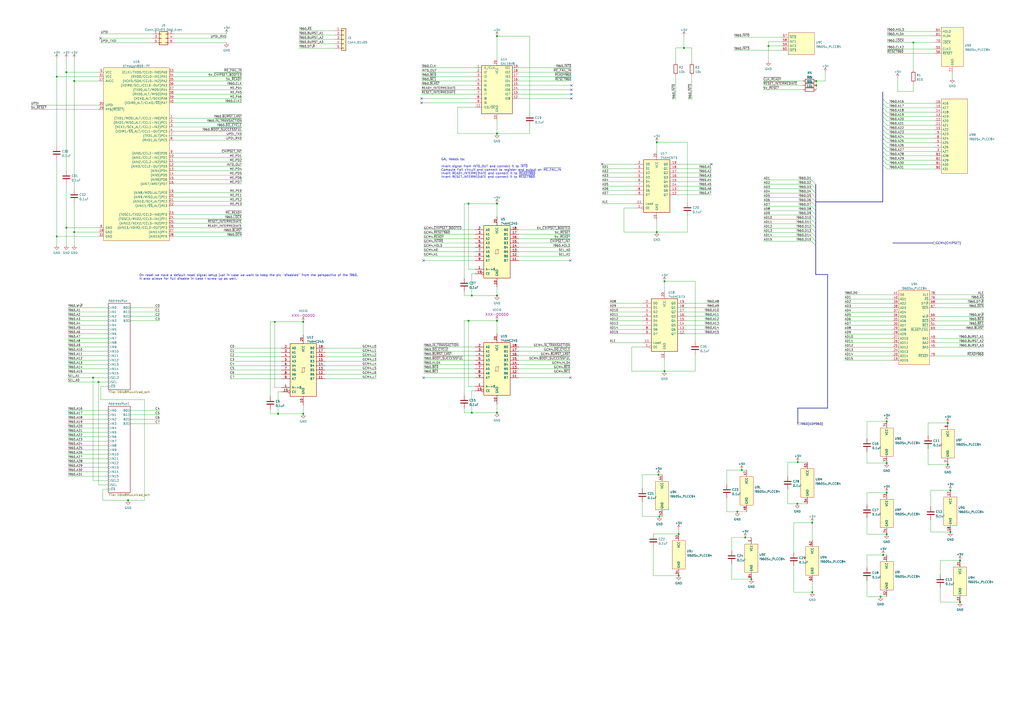
<source format=kicad_sch>
(kicad_sch (version 20211123) (generator eeschema)
  (paper "A2")
  (title_block (title "i960 Processor + Support Hardware") (date "2022-05-13") (rev "1") (company "Joshua Scoggins"))
  (bus_alias "ADR960" (members "A[0..31]" "D[0..15]" "BURST_A[1..3]" "~{DEN}" "DT\\~{R}" "W\\~{R}" "~{BE[0..1]}" "CLK2" "CLK"))
  (bus_alias "CHIPSET" (members "~{BURST_LAST}" "~{IN_TRANSACTION}" "~{DO_CYCLE}" "~{BOOT_SUCCESSFUL}" "HLDA" "HOLD" "~{CHIPSET_BOOTED}" "~{RESET960}" "~{READY}" "~{INTR0}" "L[0..7]" "A[0..1]" "D[0..15]" "~{FEATHER_INT[0..1]}" "~{BE[0..1]}"))
  (junction (at 288.29 77.47))
  (junction (at 382.016 275.463))
  (junction (at 471.17 303.149))
  (junction (at 473.456 46.99))
  (junction (at 473.456 49.53))
  (junction (at 43.053 46.99))
  (junction (at 43.053 134.62))
  (junction (at 32.893 44.45))
  (junction (at 288.29 239.395))
  (junction (at 288.29 20.955))
  (junction (at 445.77 26.67))
  (junction (at 271.78 186.055))
  (junction (at 556.895 349.25))
  (junction (at 427.736 296.799))
  (junction (at 551.307 308.61))
  (junction (at 549.783 269.494))
  (junction (at 382.524 299.593))
  (junction (at 393.7 333.883))
  (junction (at 512.318 321.945))
  (junction (at 514.35 309.88))
  (junction (at 271.78 118.11))
  (junction (at 175.895 186.69))
  (junction (at 159.385 186.69))
  (junction (at 288.29 118.11))
  (junction (at 393.7 309.753))
  (junction (at 53.975 219.075))
  (junction (at 273.685 239.395))
  (junction (at 74.295 290.195))
  (junction (at 462.534 292.227))
  (junction (at 288.29 171.45))
  (junction (at 551.307 284.48))
  (junction (at 288.29 186.055))
  (junction (at 38.481 132.08))
  (junction (at 273.685 171.45))
  (junction (at 432.308 311.785))
  (junction (at 435.864 335.915))
  (junction (at 462.788 268.097))
  (junction (at 510.794 346.075))
  (junction (at 32.893 137.16))
  (junction (at 161.29 240.03))
  (junction (at 556.895 325.12))
  (junction (at 38.481 41.91))
  (junction (at 514.35 244.475))
  (junction (at 514.35 285.75))
  (junction (at 396.748 27.813))
  (junction (at 381 82.55))
  (junction (at 529.844 24.638))
  (junction (at 381 134.62))
  (junction (at 385.445 163.195))
  (junction (at 430.276 272.669))
  (junction (at 385.445 215.265))
  (junction (at 57.15 221.615))
  (junction (at 175.895 240.03))
  (junction (at 514.35 268.605))
  (junction (at 471.17 343.535))
  (junction (at 549.783 245.364))
  (no_connect (at 330.835 151.13))
  (no_connect (at 330.835 219.075))
  (no_connect (at 245.745 151.13))
  (no_connect (at 245.745 219.075))
  (no_connect (at 58.293 22.225))
  (no_connect (at 331.47 49.53))
  (no_connect (at 331.47 52.07))
  (no_connect (at 331.47 54.61))
  (no_connect (at 331.47 57.15))
  (no_connect (at 244.475 59.69))
  (no_connect (at 244.475 57.15))
  (no_connect (at 349.25 95.25))
  (no_connect (at 412.75 95.25))
  (bus_entry (at 512.064 80.264) (size 2.54 2.54))
  (bus_entry (at 470.662 129.794) (size 2.54 2.54))
  (bus_entry (at 512.064 82.804) (size 2.54 2.54))
  (bus_entry (at 470.662 114.554) (size 2.54 2.54))
  (bus_entry (at 512.064 77.724) (size 2.54 2.54))
  (bus_entry (at 470.662 109.474) (size 2.54 2.54))
  (bus_entry (at 512.064 87.884) (size 2.54 2.54))
  (bus_entry (at 512.064 92.964) (size 2.54 2.54))
  (bus_entry (at 512.064 85.344) (size 2.54 2.54))
  (bus_entry (at 470.662 112.014) (size 2.54 2.54))
  (bus_entry (at 512.064 57.404) (size 2.54 2.54))
  (bus_entry (at 512.064 62.484) (size 2.54 2.54))
  (bus_entry (at 470.662 119.634) (size 2.54 2.54))
  (bus_entry (at 512.064 72.644) (size 2.54 2.54))
  (bus_entry (at 512.064 90.424) (size 2.54 2.54))
  (bus_entry (at 512.064 70.104) (size 2.54 2.54))
  (bus_entry (at 470.662 132.334) (size 2.54 2.54))
  (bus_entry (at 470.662 117.094) (size 2.54 2.54))
  (bus_entry (at 470.662 127.254) (size 2.54 2.54))
  (bus_entry (at 512.064 67.564) (size 2.54 2.54))
  (bus_entry (at 512.064 65.024) (size 2.54 2.54))
  (bus_entry (at 470.662 139.954) (size 2.54 2.54))
  (bus_entry (at 470.662 134.874) (size 2.54 2.54))
  (bus_entry (at 512.064 95.504) (size 2.54 2.54))
  (bus_entry (at 470.662 137.414) (size 2.54 2.54))
  (bus_entry (at 470.662 106.934) (size 2.54 2.54))
  (bus_entry (at 512.064 59.944) (size 2.54 2.54))
  (bus_entry (at 470.662 124.714) (size 2.54 2.54))
  (bus_entry (at 470.662 122.174) (size 2.54 2.54))
  (bus_entry (at 512.064 75.184) (size 2.54 2.54))
  (bus_entry (at 470.662 104.394) (size 2.54 2.54))
  (wire (pts (xy 57.531 137.16) (xy 32.893 137.16)))
  (wire (pts (xy 425.704 21.59) (xy 453.39 21.59)))
  (wire (pts (xy 435.864 311.785) (xy 432.308 311.785)))
  (wire (pts (xy 156.845 240.03) (xy 161.29 240.03)))
  (wire (pts (xy 101.219 24.765) (xy 131.445 24.765)))
  (wire (pts (xy 100.711 134.62) (xy 140.335 134.62)))
  (wire (pts (xy 398.78 134.62) (xy 398.78 125.095)))
  (bus (pts (xy 473.202 137.414) (xy 473.202 139.954)))
  (wire (pts (xy 133.35 204.47) (xy 163.195 204.47)))
  (wire (pts (xy 514.604 87.884) (xy 542.29 87.884)))
  (wire (pts (xy 100.711 57.15) (xy 140.335 57.15)))
  (wire (pts (xy 543.052 170.942) (xy 570.738 170.942)))
  (wire (pts (xy 57.531 134.62) (xy 43.053 134.62)))
  (wire (pts (xy 471.17 313.309) (xy 471.17 303.149)))
  (bus (pts (xy 512.064 70.104) (xy 512.064 72.644)))
  (wire (pts (xy 39.37 221.615) (xy 57.15 221.615)))
  (bus (pts (xy 512.064 59.944) (xy 512.064 62.484)))
  (wire (pts (xy 378.968 309.753) (xy 393.7 309.753)))
  (wire (pts (xy 288.29 77.47) (xy 288.29 69.85)))
  (wire (pts (xy 381 82.55) (xy 381 87.63)))
  (wire (pts (xy 442.976 129.794) (xy 470.662 129.794)))
  (bus (pts (xy 473.202 117.094) (xy 473.202 119.634)))
  (wire (pts (xy 265.43 62.23) (xy 265.43 77.47)))
  (wire (pts (xy 100.711 81.28) (xy 140.335 81.28)))
  (wire (pts (xy 433.07 272.669) (xy 430.276 272.669)))
  (wire (pts (xy 38.481 132.08) (xy 57.531 132.08)))
  (wire (pts (xy 514.604 85.344) (xy 542.29 85.344)))
  (wire (pts (xy 57.531 41.91) (xy 38.481 41.91)))
  (wire (pts (xy 58.42 231.775) (xy 58.42 224.155)))
  (wire (pts (xy 245.745 219.075) (xy 275.59 219.075)))
  (wire (pts (xy 43.053 134.62) (xy 43.053 142.24)))
  (wire (pts (xy 244.475 57.15) (xy 275.59 57.15)))
  (wire (pts (xy 460.502 303.149) (xy 460.502 320.675)))
  (wire (pts (xy 300.99 39.37) (xy 331.47 39.37)))
  (wire (pts (xy 100.711 101.6) (xy 140.335 101.6)))
  (wire (pts (xy 245.745 135.89) (xy 275.59 135.89)))
  (bus (pts (xy 473.202 159.258) (xy 480.06 159.258)))
  (bus (pts (xy 512.064 72.644) (xy 512.064 75.184)))
  (wire (pts (xy 502.92 244.475) (xy 502.92 254.381)))
  (wire (pts (xy 471.17 303.149) (xy 460.502 303.149)))
  (wire (pts (xy 275.59 158.75) (xy 273.685 158.75)))
  (wire (pts (xy 424.434 335.915) (xy 435.864 335.915)))
  (wire (pts (xy 300.99 211.455) (xy 330.835 211.455)))
  (wire (pts (xy 300.99 219.075) (xy 330.835 219.075)))
  (wire (pts (xy 539.877 308.61) (xy 551.307 308.61)))
  (wire (pts (xy 398.145 193.675) (xy 417.195 193.675)))
  (wire (pts (xy 456.946 292.227) (xy 462.534 292.227)))
  (wire (pts (xy 43.053 109.982) (xy 43.053 46.99)))
  (wire (pts (xy 349.25 107.95) (xy 368.3 107.95)))
  (wire (pts (xy 442.722 46.99) (xy 465.836 46.99)))
  (wire (pts (xy 349.25 118.11) (xy 368.3 118.11)))
  (wire (pts (xy 100.711 99.06) (xy 140.335 99.06)))
  (bus (pts (xy 512.064 82.804) (xy 512.064 85.344)))
  (wire (pts (xy 53.975 219.075) (xy 62.865 219.075)))
  (wire (pts (xy 133.35 219.71) (xy 163.195 219.71)))
  (wire (pts (xy 133.35 212.09) (xy 163.195 212.09)))
  (wire (pts (xy 442.976 119.634) (xy 470.662 119.634)))
  (wire (pts (xy 39.37 196.215) (xy 62.865 196.215)))
  (wire (pts (xy 245.745 143.51) (xy 275.59 143.51)))
  (wire (pts (xy 53.975 219.075) (xy 53.975 278.765)))
  (wire (pts (xy 288.29 193.675) (xy 288.29 186.055)))
  (wire (pts (xy 75.565 180.975) (xy 92.71 180.975)))
  (wire (pts (xy 75.565 240.665) (xy 92.71 240.665)))
  (bus (pts (xy 512.064 77.724) (xy 512.064 80.264)))
  (wire (pts (xy 100.711 104.14) (xy 140.335 104.14)))
  (wire (pts (xy 100.711 49.53) (xy 140.335 49.53)))
  (wire (pts (xy 245.745 203.835) (xy 275.59 203.835)))
  (wire (pts (xy 529.844 24.638) (xy 542.29 24.638)))
  (wire (pts (xy 425.704 29.21) (xy 453.39 29.21)))
  (wire (pts (xy 100.711 127) (xy 140.335 127)))
  (bus (pts (xy 512.064 95.504) (xy 512.064 117.094)))
  (wire (pts (xy 39.37 203.835) (xy 62.865 203.835)))
  (bus (pts (xy 517.906 140.97) (xy 541.274 140.97)))
  (wire (pts (xy 514.604 90.424) (xy 542.29 90.424)))
  (wire (pts (xy 175.895 194.31) (xy 175.895 186.69)))
  (wire (pts (xy 471.17 343.535) (xy 471.17 337.439)))
  (wire (pts (xy 39.37 198.755) (xy 62.865 198.755)))
  (wire (pts (xy 502.92 285.75) (xy 502.92 292.862)))
  (wire (pts (xy 460.502 328.295) (xy 460.502 343.535)))
  (wire (pts (xy 245.745 148.59) (xy 275.59 148.59)))
  (bus (pts (xy 512.064 92.964) (xy 512.064 95.504)))
  (wire (pts (xy 273.685 239.395) (xy 288.29 239.395)))
  (wire (pts (xy 300.99 216.535) (xy 330.835 216.535)))
  (bus (pts (xy 473.202 139.954) (xy 473.202 142.494)))
  (wire (pts (xy 39.37 276.225) (xy 62.865 276.225)))
  (wire (pts (xy 514.604 80.264) (xy 542.29 80.264)))
  (wire (pts (xy 173.355 22.86) (xy 194.31 22.86)))
  (wire (pts (xy 43.053 34.036) (xy 43.053 46.99)))
  (wire (pts (xy 398.78 82.55) (xy 381 82.55)))
  (wire (pts (xy 349.25 97.79) (xy 368.3 97.79)))
  (wire (pts (xy 245.745 133.35) (xy 275.59 133.35)))
  (wire (pts (xy 53.975 278.765) (xy 62.865 278.765)))
  (wire (pts (xy 468.376 268.097) (xy 462.788 268.097)))
  (bus (pts (xy 512.064 65.024) (xy 512.064 67.564)))
  (wire (pts (xy 300.99 143.51) (xy 330.835 143.51)))
  (bus (pts (xy 473.202 129.794) (xy 473.202 132.334)))
  (wire (pts (xy 100.711 111.76) (xy 140.335 111.76)))
  (wire (pts (xy 59.69 290.195) (xy 59.69 283.845)))
  (wire (pts (xy 349.25 95.25) (xy 368.3 95.25)))
  (wire (pts (xy 393.7 97.79) (xy 412.75 97.79)))
  (wire (pts (xy 100.711 119.38) (xy 140.335 119.38)))
  (wire (pts (xy 265.43 77.47) (xy 288.29 77.47)))
  (wire (pts (xy 489.966 186.182) (xy 517.652 186.182)))
  (wire (pts (xy 349.25 113.03) (xy 368.3 113.03)))
  (wire (pts (xy 300.99 151.13) (xy 330.835 151.13)))
  (wire (pts (xy 502.92 321.945) (xy 502.92 329.311)))
  (wire (pts (xy 398.145 178.435) (xy 417.195 178.435)))
  (wire (pts (xy 161.29 240.03) (xy 175.895 240.03)))
  (bus (pts (xy 512.064 87.884) (xy 512.064 90.424)))
  (wire (pts (xy 393.7 113.03) (xy 412.75 113.03)))
  (wire (pts (xy 543.052 173.482) (xy 570.738 173.482)))
  (wire (pts (xy 427.736 296.799) (xy 433.07 296.799)))
  (wire (pts (xy 502.92 262.001) (xy 502.92 268.605)))
  (wire (pts (xy 398.145 175.895) (xy 417.195 175.895)))
  (wire (pts (xy 245.745 140.97) (xy 275.59 140.97)))
  (wire (pts (xy 100.711 96.52) (xy 140.335 96.52)))
  (wire (pts (xy 300.99 201.295) (xy 330.835 201.295)))
  (wire (pts (xy 100.711 93.98) (xy 140.335 93.98)))
  (wire (pts (xy 75.565 183.515) (xy 92.71 183.515)))
  (wire (pts (xy 244.475 49.53) (xy 275.59 49.53)))
  (wire (pts (xy 514.604 75.184) (xy 542.29 75.184)))
  (wire (pts (xy 489.966 206.502) (xy 517.652 206.502)))
  (wire (pts (xy 175.895 240.03) (xy 175.895 234.95)))
  (wire (pts (xy 288.29 171.45) (xy 288.29 166.37)))
  (wire (pts (xy 244.475 59.69) (xy 275.59 59.69)))
  (wire (pts (xy 275.59 224.155) (xy 271.78 224.155)))
  (wire (pts (xy 188.595 204.47) (xy 218.44 204.47)))
  (wire (pts (xy 398.145 186.055) (xy 417.195 186.055)))
  (wire (pts (xy 393.7 110.49) (xy 412.75 110.49)))
  (wire (pts (xy 543.052 186.182) (xy 570.738 186.182)))
  (wire (pts (xy 39.37 240.665) (xy 62.865 240.665)))
  (wire (pts (xy 133.35 217.17) (xy 163.195 217.17)))
  (wire (pts (xy 502.92 300.482) (xy 502.92 309.88)))
  (wire (pts (xy 489.966 191.262) (xy 517.652 191.262)))
  (wire (pts (xy 393.7 102.87) (xy 412.75 102.87)))
  (wire (pts (xy 382.016 275.463) (xy 372.618 275.463)))
  (wire (pts (xy 543.052 201.422) (xy 570.738 201.422)))
  (wire (pts (xy 403.225 215.265) (xy 403.225 205.74)))
  (wire (pts (xy 514.35 321.945) (xy 512.318 321.945)))
  (wire (pts (xy 273.685 171.45) (xy 288.29 171.45)))
  (wire (pts (xy 100.711 52.07) (xy 140.335 52.07)))
  (wire (pts (xy 161.29 227.33) (xy 161.29 240.03)))
  (wire (pts (xy 38.481 41.91) (xy 38.481 99.06)))
  (wire (pts (xy 300.99 41.91) (xy 331.47 41.91)))
  (wire (pts (xy 39.37 266.065) (xy 62.865 266.065)))
  (wire (pts (xy 38.481 34.036) (xy 38.481 41.91)))
  (wire (pts (xy 269.24 236.855) (xy 269.24 239.395)))
  (wire (pts (xy 391.922 36.195) (xy 391.922 27.813)))
  (wire (pts (xy 353.695 188.595) (xy 372.745 188.595)))
  (wire (pts (xy 543.052 198.882) (xy 570.738 198.882)))
  (wire (pts (xy 75.565 178.435) (xy 92.71 178.435)))
  (wire (pts (xy 502.92 346.075) (xy 510.794 346.075)))
  (bus (pts (xy 473.202 109.474) (xy 473.202 112.014)))
  (wire (pts (xy 300.99 54.61) (xy 331.47 54.61)))
  (bus (pts (xy 473.202 119.634) (xy 473.202 122.174)))
  (wire (pts (xy 349.25 100.33) (xy 368.3 100.33)))
  (wire (pts (xy 38.481 106.68) (xy 38.481 132.08)))
  (wire (pts (xy 307.34 20.955) (xy 307.34 65.405)))
  (wire (pts (xy 39.37 238.125) (xy 62.865 238.125)))
  (wire (pts (xy 442.976 139.954) (xy 470.662 139.954)))
  (wire (pts (xy 514.604 70.104) (xy 542.29 70.104)))
  (bus (pts (xy 512.064 75.184) (xy 512.064 77.724)))
  (wire (pts (xy 368.3 120.65) (xy 361.95 120.65)))
  (wire (pts (xy 57.15 221.615) (xy 62.865 221.615)))
  (wire (pts (xy 43.053 46.99) (xy 57.531 46.99)))
  (wire (pts (xy 275.59 62.23) (xy 265.43 62.23)))
  (wire (pts (xy 489.966 176.022) (xy 517.652 176.022)))
  (wire (pts (xy 545.465 349.25) (xy 556.895 349.25)))
  (wire (pts (xy 133.35 209.55) (xy 163.195 209.55)))
  (wire (pts (xy 43.053 134.62) (xy 43.053 117.602)))
  (wire (pts (xy 529.844 53.086) (xy 520.7 53.086)))
  (wire (pts (xy 269.24 171.45) (xy 273.685 171.45)))
  (wire (pts (xy 100.711 54.61) (xy 140.335 54.61)))
  (bus (pts (xy 473.202 122.174) (xy 473.202 124.714)))
  (wire (pts (xy 514.35 285.75) (xy 502.92 285.75)))
  (wire (pts (xy 398.78 117.475) (xy 398.78 82.55)))
  (wire (pts (xy 39.37 211.455) (xy 62.865 211.455)))
  (wire (pts (xy 538.353 260.35) (xy 538.353 269.494)))
  (bus (pts (xy 473.202 112.014) (xy 473.202 114.554)))
  (wire (pts (xy 543.052 178.562) (xy 570.738 178.562)))
  (wire (pts (xy 489.966 178.562) (xy 517.652 178.562)))
  (wire (pts (xy 502.92 336.931) (xy 502.92 346.075)))
  (wire (pts (xy 100.711 116.84) (xy 140.335 116.84)))
  (wire (pts (xy 100.711 91.44) (xy 140.335 91.44)))
  (wire (pts (xy 32.893 34.036) (xy 32.893 44.45)))
  (wire (pts (xy 489.966 183.642) (xy 517.652 183.642)))
  (bus (pts (xy 473.202 132.334) (xy 473.202 134.874)))
  (wire (pts (xy 244.475 41.91) (xy 275.59 41.91)))
  (bus (pts (xy 462.788 236.728) (xy 462.788 245.872)))
  (wire (pts (xy 396.748 20.955) (xy 396.748 27.813)))
  (wire (pts (xy 514.604 92.964) (xy 542.29 92.964)))
  (wire (pts (xy 58.42 224.155) (xy 62.865 224.155)))
  (wire (pts (xy 39.37 271.145) (xy 62.865 271.145)))
  (wire (pts (xy 514.604 95.504) (xy 542.29 95.504)))
  (wire (pts (xy 445.77 26.67) (xy 445.77 35.56)))
  (wire (pts (xy 39.37 206.375) (xy 62.865 206.375)))
  (wire (pts (xy 159.385 224.79) (xy 159.385 186.69)))
  (wire (pts (xy 473.456 52.07) (xy 473.456 49.53)))
  (wire (pts (xy 173.355 20.32) (xy 194.31 20.32)))
  (wire (pts (xy 159.385 186.69) (xy 175.895 186.69)))
  (wire (pts (xy 39.37 253.365) (xy 62.865 253.365)))
  (wire (pts (xy 489.966 181.102) (xy 517.652 181.102)))
  (wire (pts (xy 188.595 219.71) (xy 218.44 219.71)))
  (wire (pts (xy 245.745 211.455) (xy 275.59 211.455)))
  (wire (pts (xy 300.99 57.15) (xy 331.47 57.15)))
  (wire (pts (xy 514.604 82.804) (xy 542.29 82.804)))
  (wire (pts (xy 353.695 191.135) (xy 372.745 191.135)))
  (wire (pts (xy 353.695 183.515) (xy 372.745 183.515)))
  (wire (pts (xy 273.685 158.75) (xy 273.685 171.45)))
  (wire (pts (xy 188.595 201.93) (xy 218.44 201.93)))
  (bus (pts (xy 473.202 142.494) (xy 473.202 159.258)))
  (wire (pts (xy 133.35 201.93) (xy 163.195 201.93)))
  (wire (pts (xy 520.7 45.212) (xy 520.7 53.086)))
  (wire (pts (xy 271.78 186.055) (xy 288.29 186.055)))
  (wire (pts (xy 173.355 27.94) (xy 194.31 27.94)))
  (wire (pts (xy 442.976 122.174) (xy 470.662 122.174)))
  (wire (pts (xy 58.293 22.225) (xy 88.519 22.225)))
  (bus (pts (xy 512.064 57.404) (xy 512.064 59.944)))
  (wire (pts (xy 489.966 203.962) (xy 517.652 203.962)))
  (wire (pts (xy 300.99 133.35) (xy 330.835 133.35)))
  (wire (pts (xy 460.502 343.535) (xy 471.17 343.535)))
  (wire (pts (xy 300.99 213.995) (xy 330.835 213.995)))
  (wire (pts (xy 271.78 224.155) (xy 271.78 186.055)))
  (wire (pts (xy 62.865 281.305) (xy 57.15 281.305)))
  (wire (pts (xy 543.052 196.342) (xy 570.738 196.342)))
  (wire (pts (xy 442.976 114.554) (xy 470.662 114.554)))
  (wire (pts (xy 421.64 288.671) (xy 421.64 296.799)))
  (wire (pts (xy 489.966 209.042) (xy 517.652 209.042)))
  (wire (pts (xy 424.434 311.785) (xy 424.434 319.405)))
  (wire (pts (xy 100.711 44.45) (xy 140.335 44.45)))
  (wire (pts (xy 353.695 198.755) (xy 372.745 198.755)))
  (wire (pts (xy 100.711 114.3) (xy 140.335 114.3)))
  (wire (pts (xy 442.722 49.53) (xy 465.836 49.53)))
  (wire (pts (xy 514.604 30.988) (xy 542.29 30.988)))
  (wire (pts (xy 353.695 175.895) (xy 372.745 175.895)))
  (wire (pts (xy 32.893 44.45) (xy 57.531 44.45)))
  (wire (pts (xy 100.711 132.08) (xy 140.335 132.08)))
  (wire (pts (xy 543.052 176.022) (xy 570.738 176.022)))
  (wire (pts (xy 39.37 243.205) (xy 62.865 243.205)))
  (wire (pts (xy 133.35 214.63) (xy 163.195 214.63)))
  (bus (pts (xy 473.202 114.554) (xy 473.202 117.094)))
  (wire (pts (xy 39.37 219.075) (xy 53.975 219.075)))
  (wire (pts (xy 502.92 268.605) (xy 514.35 268.605)))
  (bus (pts (xy 512.064 57.404) (xy 512.064 53.34)))
  (wire (pts (xy 83.82 231.775) (xy 83.82 290.195)))
  (wire (pts (xy 353.695 178.435) (xy 372.745 178.435)))
  (wire (pts (xy 245.745 151.13) (xy 275.59 151.13)))
  (wire (pts (xy 38.481 132.08) (xy 38.481 142.24)))
  (wire (pts (xy 462.788 268.097) (xy 456.946 268.097)))
  (wire (pts (xy 381 128.27) (xy 381 134.62)))
  (wire (pts (xy 300.99 46.99) (xy 331.47 46.99)))
  (bus (pts (xy 512.064 117.094) (xy 473.202 117.094)))
  (wire (pts (xy 275.59 226.695) (xy 273.685 226.695)))
  (wire (pts (xy 398.145 188.595) (xy 417.195 188.595)))
  (wire (pts (xy 245.745 206.375) (xy 275.59 206.375)))
  (wire (pts (xy 514.604 98.044) (xy 542.29 98.044)))
  (wire (pts (xy 372.618 299.593) (xy 382.524 299.593)))
  (wire (pts (xy 100.711 68.58) (xy 140.335 68.58)))
  (wire (pts (xy 307.34 77.47) (xy 288.29 77.47)))
  (wire (pts (xy 403.225 163.195) (xy 385.445 163.195)))
  (wire (pts (xy 245.745 216.535) (xy 275.59 216.535)))
  (wire (pts (xy 442.976 106.934) (xy 470.662 106.934)))
  (wire (pts (xy 551.307 284.48) (xy 539.877 284.48)))
  (wire (pts (xy 188.595 212.09) (xy 218.44 212.09)))
  (wire (pts (xy 378.968 333.883) (xy 393.7 333.883)))
  (wire (pts (xy 188.595 209.55) (xy 218.44 209.55)))
  (wire (pts (xy 442.722 52.07) (xy 465.836 52.07)))
  (wire (pts (xy 163.195 224.79) (xy 159.385 224.79)))
  (wire (pts (xy 539.877 301.498) (xy 539.877 308.61)))
  (wire (pts (xy 385.445 215.265) (xy 403.225 215.265)))
  (wire (pts (xy 514.604 59.944) (xy 542.29 59.944)))
  (wire (pts (xy 101.219 19.685) (xy 131.445 19.685)))
  (wire (pts (xy 489.966 196.342) (xy 517.652 196.342)))
  (wire (pts (xy 245.745 201.295) (xy 275.59 201.295)))
  (wire (pts (xy 75.565 243.205) (xy 92.71 243.205)))
  (wire (pts (xy 424.434 327.025) (xy 424.434 335.915)))
  (wire (pts (xy 269.24 118.11) (xy 269.24 161.29)))
  (wire (pts (xy 514.604 65.024) (xy 542.29 65.024)))
  (wire (pts (xy 307.34 73.025) (xy 307.34 77.47)))
  (wire (pts (xy 545.465 325.12) (xy 545.465 333.248)))
  (wire (pts (xy 442.976 112.014) (xy 470.662 112.014)))
  (bus (pts (xy 473.202 134.874) (xy 473.202 137.414)))
  (wire (pts (xy 57.531 60.96) (xy 17.907 60.96)))
  (wire (pts (xy 442.976 124.714) (xy 470.662 124.714)))
  (wire (pts (xy 173.355 25.4) (xy 194.31 25.4)))
  (wire (pts (xy 385.445 208.915) (xy 385.445 215.265)))
  (wire (pts (xy 349.25 110.49) (xy 368.3 110.49)))
  (wire (pts (xy 385.445 163.195) (xy 385.445 168.275)))
  (bus (pts (xy 473.202 124.714) (xy 473.202 127.254)))
  (wire (pts (xy 366.395 215.265) (xy 385.445 215.265)))
  (bus (pts (xy 473.202 127.254) (xy 473.202 129.794)))
  (wire (pts (xy 100.711 129.54) (xy 140.335 129.54)))
  (wire (pts (xy 32.893 137.16) (xy 32.893 142.24)))
  (wire (pts (xy 39.37 191.135) (xy 62.865 191.135)))
  (wire (pts (xy 288.29 239.395) (xy 288.29 234.315)))
  (wire (pts (xy 456.946 268.097) (xy 456.946 276.225)))
  (wire (pts (xy 245.745 146.05) (xy 275.59 146.05)))
  (wire (pts (xy 489.966 193.802) (xy 517.652 193.802)))
  (bus (pts (xy 512.064 85.344) (xy 512.064 87.884)))
  (wire (pts (xy 514.604 67.564) (xy 542.29 67.564)))
  (wire (pts (xy 349.25 105.41) (xy 368.3 105.41)))
  (wire (pts (xy 384.048 275.463) (xy 382.016 275.463)))
  (wire (pts (xy 269.24 186.055) (xy 269.24 229.235)))
  (wire (pts (xy 100.711 46.99) (xy 140.335 46.99)))
  (wire (pts (xy 156.845 186.69) (xy 156.845 229.87)))
  (wire (pts (xy 445.77 24.13) (xy 445.77 26.67)))
  (wire (pts (xy 188.595 217.17) (xy 218.44 217.17)))
  (bus (pts (xy 512.064 80.264) (xy 512.064 82.804)))
  (wire (pts (xy 269.24 239.395) (xy 273.685 239.395)))
  (wire (pts (xy 382.524 299.593) (xy 384.048 299.593)))
  (wire (pts (xy 58.293 19.685) (xy 88.519 19.685)))
  (wire (pts (xy 539.877 284.48) (xy 539.877 293.878)))
  (wire (pts (xy 361.95 120.65) (xy 361.95 134.62)))
  (wire (pts (xy 514.604 62.484) (xy 542.29 62.484)))
  (wire (pts (xy 39.37 193.675) (xy 62.865 193.675)))
  (wire (pts (xy 442.976 127.254) (xy 470.662 127.254)))
  (bus (pts (xy 512.064 90.424) (xy 512.064 92.964)))
  (wire (pts (xy 378.968 317.373) (xy 378.968 333.883)))
  (wire (pts (xy 514.604 20.828) (xy 542.29 20.828)))
  (wire (pts (xy 275.59 156.21) (xy 271.78 156.21)))
  (wire (pts (xy 372.745 201.295) (xy 366.395 201.295)))
  (wire (pts (xy 100.711 71.12) (xy 140.335 71.12)))
  (wire (pts (xy 32.893 137.16) (xy 32.893 92.456)))
  (wire (pts (xy 271.78 118.11) (xy 269.24 118.11)))
  (wire (pts (xy 353.695 186.055) (xy 372.745 186.055)))
  (wire (pts (xy 442.976 104.394) (xy 470.662 104.394)))
  (wire (pts (xy 100.711 106.68) (xy 140.335 106.68)))
  (wire (pts (xy 244.475 52.07) (xy 275.59 52.07)))
  (wire (pts (xy 269.24 168.91) (xy 269.24 171.45)))
  (wire (pts (xy 271.78 186.055) (xy 269.24 186.055)))
  (wire (pts (xy 244.475 44.45) (xy 275.59 44.45)))
  (wire (pts (xy 529.844 48.26) (xy 529.844 53.086)))
  (wire (pts (xy 398.145 180.975) (xy 417.195 180.975)))
  (wire (pts (xy 529.844 24.638) (xy 529.844 40.64)))
  (wire (pts (xy 391.922 27.813) (xy 396.748 27.813)))
  (wire (pts (xy 393.7 95.25) (xy 412.75 95.25)))
  (wire (pts (xy 100.711 78.74) (xy 140.335 78.74)))
  (wire (pts (xy 489.966 173.482) (xy 517.652 173.482)))
  (wire (pts (xy 59.69 283.845) (xy 62.865 283.845)))
  (wire (pts (xy 288.29 118.11) (xy 271.78 118.11)))
  (wire (pts (xy 473.456 46.99) (xy 478.79 46.99)))
  (wire (pts (xy 300.99 148.59) (xy 330.835 148.59)))
  (wire (pts (xy 100.711 73.66) (xy 140.335 73.66)))
  (wire (pts (xy 556.895 325.12) (xy 545.465 325.12)))
  (wire (pts (xy 300.99 135.89) (xy 330.835 135.89)))
  (wire (pts (xy 391.922 43.815) (xy 391.922 57.785)))
  (wire (pts (xy 39.37 263.525) (xy 62.865 263.525)))
  (wire (pts (xy 514.604 77.724) (xy 542.29 77.724)))
  (wire (pts (xy 188.595 207.01) (xy 218.44 207.01)))
  (wire (pts (xy 398.145 191.135) (xy 417.195 191.135)))
  (wire (pts (xy 393.7 100.33) (xy 412.75 100.33)))
  (wire (pts (xy 300.99 206.375) (xy 330.835 206.375)))
  (wire (pts (xy 372.618 275.463) (xy 372.618 283.337)))
  (wire (pts (xy 545.465 340.868) (xy 545.465 349.25)))
  (wire (pts (xy 549.783 245.364) (xy 538.353 245.364)))
  (wire (pts (xy 300.99 138.43) (xy 330.835 138.43)))
  (wire (pts (xy 401.32 27.813) (xy 401.32 36.195)))
  (wire (pts (xy 39.37 260.985) (xy 62.865 260.985)))
  (wire (pts (xy 100.711 41.91) (xy 140.335 41.91)))
  (wire (pts (xy 300.99 203.835) (xy 330.835 203.835)))
  (wire (pts (xy 432.308 311.785) (xy 424.434 311.785)))
  (wire (pts (xy 75.565 245.745) (xy 92.71 245.745)))
  (wire (pts (xy 456.946 283.845) (xy 456.946 292.227)))
  (wire (pts (xy 39.37 183.515) (xy 62.865 183.515)))
  (wire (pts (xy 300.99 208.915) (xy 330.835 208.915)))
  (bus (pts (xy 512.064 67.564) (xy 512.064 70.104)))
  (wire (pts (xy 372.618 290.957) (xy 372.618 299.593)))
  (wire (pts (xy 300.99 146.05) (xy 330.835 146.05)))
  (wire (pts (xy 100.711 124.46) (xy 140.335 124.46)))
  (wire (pts (xy 510.794 346.075) (xy 514.35 346.075)))
  (wire (pts (xy 396.748 27.813) (xy 401.32 27.813)))
  (wire (pts (xy 478.79 41.91) (xy 478.79 46.99)))
  (wire (pts (xy 39.37 248.285) (xy 62.865 248.285)))
  (wire (pts (xy 156.845 237.49) (xy 156.845 240.03)))
  (wire (pts (xy 271.78 156.21) (xy 271.78 118.11)))
  (wire (pts (xy 353.695 180.975) (xy 372.745 180.975)))
  (wire (pts (xy 173.482 17.78) (xy 194.31 17.78)))
  (wire (pts (xy 514.604 18.288) (xy 542.29 18.288)))
  (wire (pts (xy 83.82 290.195) (xy 74.295 290.195)))
  (wire (pts (xy 57.15 281.305) (xy 57.15 221.615)))
  (wire (pts (xy 349.25 102.87) (xy 368.3 102.87)))
  (wire (pts (xy 273.685 226.695) (xy 273.685 239.395)))
  (wire (pts (xy 100.711 137.16) (xy 140.335 137.16)))
  (wire (pts (xy 401.32 43.815) (xy 401.32 57.785)))
  (wire (pts (xy 393.7 107.95) (xy 412.75 107.95)))
  (wire (pts (xy 159.385 186.69) (xy 156.845 186.69)))
  (wire (pts (xy 244.475 46.99) (xy 275.59 46.99)))
  (wire (pts (xy 442.976 117.094) (xy 470.662 117.094)))
  (wire (pts (xy 39.37 201.295) (xy 62.865 201.295)))
  (wire (pts (xy 39.37 273.685) (xy 62.865 273.685)))
  (wire (pts (xy 100.711 59.69) (xy 140.335 59.69)))
  (wire (pts (xy 514.604 72.644) (xy 542.29 72.644)))
  (wire (pts (xy 538.353 245.364) (xy 538.353 252.73)))
  (wire (pts (xy 393.7 105.41) (xy 412.75 105.41)))
  (wire (pts (xy 489.966 170.942) (xy 517.652 170.942)))
  (wire (pts (xy 489.966 198.882) (xy 517.652 198.882)))
  (wire (pts (xy 75.565 186.055) (xy 92.71 186.055)))
  (wire (pts (xy 244.475 39.37) (xy 275.59 39.37)))
  (wire (pts (xy 39.37 250.825) (xy 62.865 250.825)))
  (wire (pts (xy 245.745 208.915) (xy 275.59 208.915)))
  (bus (pts (xy 480.06 159.258) (xy 480.06 236.728)))
  (wire (pts (xy 442.976 134.874) (xy 470.662 134.874)))
  (wire (pts (xy 393.7 309.753) (xy 393.7 306.959)))
  (wire (pts (xy 462.534 292.227) (xy 468.376 292.227)))
  (wire (pts (xy 361.95 134.62) (xy 381 134.62)))
  (wire (pts (xy 100.711 88.9) (xy 140.335 88.9)))
  (wire (pts (xy 57.531 63.5) (xy 17.907 63.5)))
  (wire (pts (xy 39.37 188.595) (xy 62.865 188.595)))
  (bus (pts (xy 512.064 62.484) (xy 512.064 65.024)))
  (wire (pts (xy 39.37 180.975) (xy 62.865 180.975)))
  (wire (pts (xy 543.052 191.262) (xy 570.738 191.262)))
  (wire (pts (xy 300.99 44.45) (xy 331.47 44.45)))
  (wire (pts (xy 244.475 54.61) (xy 275.59 54.61)))
  (bus (pts (xy 473.202 106.934) (xy 473.202 109.474)))
  (bus (pts (xy 480.06 236.728) (xy 462.788 236.728)))
  (wire (pts (xy 39.37 258.445) (xy 62.865 258.445)))
  (wire (pts (xy 300.99 140.97) (xy 330.835 140.97)))
  (wire (pts (xy 381 134.62) (xy 398.78 134.62)))
  (wire (pts (xy 430.276 272.669) (xy 421.64 272.669)))
  (wire (pts (xy 83.82 231.775) (xy 58.42 231.775)))
  (wire (pts (xy 300.99 49.53) (xy 331.47 49.53)))
  (wire (pts (xy 366.395 201.295) (xy 366.395 215.265)))
  (wire (pts (xy 538.353 269.494) (xy 549.783 269.494)))
  (wire (pts (xy 288.29 34.29) (xy 288.29 20.955)))
  (wire (pts (xy 442.976 132.334) (xy 470.662 132.334)))
  (wire (pts (xy 442.976 137.414) (xy 470.662 137.414)))
  (wire (pts (xy 543.052 188.722) (xy 570.738 188.722)))
  (wire (pts (xy 39.37 186.055) (xy 62.865 186.055)))
  (wire (pts (xy 421.64 296.799) (xy 427.736 296.799)))
  (wire (pts (xy 502.92 309.88) (xy 514.35 309.88)))
  (wire (pts (xy 353.695 193.675) (xy 372.745 193.675)))
  (wire (pts (xy 101.219 22.225) (xy 131.445 22.225)))
  (wire (pts (xy 453.39 24.13) (xy 445.77 24.13)))
  (wire (pts (xy 39.37 245.745) (xy 62.865 245.745)))
  (wire (pts (xy 543.052 206.502) (xy 570.738 206.502)))
  (wire (pts (xy 188.595 214.63) (xy 218.44 214.63)))
  (wire (pts (xy 39.37 208.915) (xy 62.865 208.915)))
  (wire (pts (xy 39.37 268.605) (xy 62.865 268.605)))
  (wire (pts (xy 514.35 244.475) (xy 502.92 244.475)))
  (wire (pts (xy 163.195 227.33) (xy 161.29 227.33)))
  (wire (pts (xy 39.37 213.995) (xy 62.865 213.995)))
  (wire (pts (xy 39.37 216.535) (xy 62.865 216.535)))
  (wire (pts (xy 442.976 109.474) (xy 470.662 109.474)))
  (wire (pts (xy 514.604 24.638) (xy 529.844 24.638)))
  (wire (pts (xy 75.565 238.125) (xy 92.71 238.125)))
  (wire (pts (xy 39.37 178.435) (xy 62.865 178.435)))
  (wire (pts (xy 288.29 20.955) (xy 307.34 20.955)))
  (wire (pts (xy 473.456 49.53) (xy 473.456 46.99)))
  (wire (pts (xy 32.893 84.836) (xy 32.893 44.45)))
  (wire (pts (xy 39.37 255.905) (xy 62.865 255.905)))
  (wire (pts (xy 445.77 26.67) (xy 453.39 26.67)))
  (wire (pts (xy 58.293 24.765) (xy 88.519 24.765)))
  (wire (pts (xy 398.145 183.515) (xy 417.195 183.515)))
  (wire (pts (xy 245.745 138.43) (xy 275.59 138.43)))
  (wire (pts (xy 421.64 272.669) (xy 421.64 281.051)))
  (wire (pts (xy 489.966 188.722) (xy 517.652 188.722)))
  (wire (pts (xy 543.052 183.642) (xy 570.738 183.642)))
  (wire (pts (xy 74.295 290.195) (xy 59.69 290.195)))
  (wire (pts (xy 133.35 207.01) (xy 163.195 207.01)))
  (wire (pts (xy 489.966 201.422) (xy 517.652 201.422)))
  (wire (pts (xy 514.604 28.448) (xy 542.29 28.448)))
  (wire (pts (xy 552.45 42.418) (xy 552.45 45.466)))
  (wire (pts (xy 100.711 76.2) (xy 140.335 76.2)))
  (wire (pts (xy 288.29 125.73) (xy 288.29 118.11)))
  (wire (pts (xy 300.99 52.07) (xy 331.47 52.07)))
  (wire (pts (xy 403.225 198.12) (xy 403.225 163.195)))
  (wire (pts (xy 512.318 321.945) (xy 502.92 321.945)))
  (wire (pts (xy 245.745 213.995) (xy 275.59 213.995)))
  (text "On reset we have a default reset signal setup just in case we want to keep the pic \"disabled\" from the perspective of the i960.\nIt also allows for full disable in case I screw up as well. " (at 80.772 162.56 0) (effects (font (size 1.27 1.27)) (justify left bottom)))
  (text "GAL Needs to:\n\nInvert signal from INT0_OUT and connect it to ~{INT0}\nCompute Fail circuit and connect to register and output on ~{ME_FAIL_IN}\nInvert READY_INTERMEDIATE and connect it to ~{READY960}\nInvert RESET_INTERMEDIATE and connect it to ~{RESET960}\n" (at 255.905 103.505 0) (effects (font (size 1.27 1.27)) (justify left bottom)))
  (label "AD2" (at 349.25 100.33 0))
  (label "GCM4.~{BE1}" (at 330.835 216.535 180))
  (label "i960.A2" (at 412.75 100.33 180))
  (label "AD9" (at 353.695 178.435 0))
  (label "AD10" (at 353.695 180.975 0))
  (label "C4" (at 133.35 212.09 0))
  (label "ME.PA6" (at 140.335 57.15 180))
  (label "i960.A12" (at 417.195 186.055 180))
  (label "AD9" (at 489.966 193.802 0))
  (label "SEL_A1" (at 39.37 219.075 0))
  (label "GCM4.HLDA" (at 330.835 211.455 180))
  (label "AD5" (at 349.25 107.95 0))
  (label "i960.D14" (at 470.662 137.414 180))
  (label "i960.~{AS}" (at 173.482 17.78 0))
  (label "ME.PE2" (at 140.335 116.84 180))
  (label "AD2" (at 442.976 106.934 0))
  (label "i960.D8" (at 470.662 122.174 180))
  (label "i960.A16" (at 515.874 59.944 0))
  (label "AD7" (at 349.25 113.03 0))
  (label "ME.PE3" (at 140.335 119.38 180))
  (label "GCM4.~{RESET960}" (at 245.745 135.89 0))
  (label "i960.~{INT3}" (at 401.32 57.785 90))
  (label "~{RESET_INTERMEDIATE}" (at 140.335 129.54 180))
  (label "AD5" (at 442.976 114.554 0))
  (label "AD7" (at 489.966 188.722 0))
  (label "ME.PD1" (at 140.335 91.44 180))
  (label "i960.A29" (at 515.874 92.964 0))
  (label "~{RESET960}" (at 514.604 30.988 0))
  (label "ME.PD2" (at 140.335 93.98 180))
  (label "GCM4.~{CHIPSET_BOOTED}" (at 245.745 133.35 0))
  (label "AD12" (at 442.976 132.334 0))
  (label "AD4" (at 442.976 112.014 0))
  (label "UPDI_RXD" (at 131.445 22.225 180))
  (label "i960.A24" (at 515.874 80.264 0))
  (label "~{READY960}" (at 331.47 44.45 180))
  (label "i960.A18" (at 39.37 243.205 0))
  (label "i960.D5" (at 470.662 114.554 180))
  (label "i960.D9" (at 470.662 124.714 180))
  (label "i960.D10" (at 470.662 127.254 180))
  (label "AD1" (at 489.966 173.482 0))
  (label "i960.A22" (at 515.874 75.184 0))
  (label "ME.PA5" (at 140.335 54.61 180))
  (label "i960.~{DEN}" (at 140.335 137.16 180))
  (label "AD8" (at 442.976 122.174 0))
  (label "AD4" (at 489.966 181.102 0))
  (label "i960.A3" (at 412.75 102.87 180))
  (label "ALE" (at 349.25 118.11 0))
  (label "i960.A23" (at 515.874 77.724 0))
  (label "ME.PD6" (at 140.335 104.14 180))
  (label "i960.A17" (at 39.37 240.665 0))
  (label "ME.PA4" (at 140.335 52.07 180))
  (label "ME.PE1" (at 140.335 114.3 180))
  (label "C2" (at 92.71 183.515 180))
  (label "AD12" (at 353.695 186.055 0))
  (label "i960.D15" (at 470.662 139.954 180))
  (label "UPDI_RXD" (at 140.335 81.28 180))
  (label "~{CHIPSET_INT}" (at 140.335 88.9 180))
  (label "i960.~{BE0}" (at 570.738 186.182 180))
  (label "GCM4.L7" (at 218.44 219.71 180))
  (label "i960.~{INT0}" (at 391.922 57.785 90))
  (label "i960.~{DEN}" (at 570.738 178.562 180))
  (label "i960.A17" (at 515.874 62.484 0))
  (label "AD13" (at 489.966 203.962 0))
  (label "i960.A30" (at 515.874 95.504 0))
  (label "i960.W\\~{R}" (at 570.738 183.642 180))
  (label "i960.A6" (at 412.75 110.49 180))
  (label "i960.A4" (at 412.75 105.41 180))
  (label "GCM4.L6" (at 218.44 217.17 180))
  (label "i960.A2" (at 39.37 183.515 0))
  (label "AD3" (at 349.25 102.87 0))
  (label "i960.A20" (at 39.37 248.285 0))
  (label "i960.A5" (at 39.37 191.135 0))
  (label "i960.D0" (at 489.966 170.942 0))
  (label "GCM4.~{BE0}" (at 330.835 213.995 180))
  (label "GCM4.L4" (at 218.44 212.09 180))
  (label "AD3" (at 442.976 109.474 0))
  (label "i960.DT\\~{R}" (at 570.738 176.022 180))
  (label "i960.A9" (at 417.195 178.435 180))
  (label "i960.~{IN_TRANSACTION}" (at 140.335 71.12 180))
  (label "i960.~{BLAST}" (at 570.738 191.262 180))
  (label "i960.HOLD" (at 330.835 143.51 180))
  (label "i960.~{BOOT_SUCCESSFUL}" (at 245.745 208.915 0))
  (label "i960.A22" (at 39.37 253.365 0))
  (label "i960.D13" (at 470.662 134.874 180))
  (label "i960.A27" (at 515.874 87.884 0))
  (label "C0" (at 92.71 178.435 180))
  (label "~{ME_READY}" (at 140.335 124.46 180))
  (label "~{RESET_INTERMEDIATE}" (at 442.722 49.53 0))
  (label "i960.~{BLAST}" (at 140.335 134.62 180))
  (label "i960.~{BURST_LAST}" (at 140.335 68.58 180))
  (label "i960.A5" (at 412.75 107.95 180))
  (label "i960.BURST_A3" (at 570.738 201.422 180))
  (label "GCM4.~{DO_CYCLE}" (at 330.835 203.835 180))
  (label "AD3" (at 489.966 178.562 0))
  (label "i960.A7" (at 412.75 113.03 180))
  (label "i960.D7" (at 470.662 119.634 180))
  (label "AD4" (at 349.25 105.41 0))
  (label "GCM4.L0" (at 218.44 201.93 180))
  (label "i960.A21" (at 39.37 250.825 0))
  (label "AD13" (at 442.976 134.874 0))
  (label "SEL_A0" (at 39.37 221.615 0))
  (label "AD10" (at 442.976 127.254 0))
  (label "i960.BURST_A1" (at 173.355 20.32 0))
  (label "~{RESET_INTERMEDIATE}" (at 244.475 54.61 0))
  (label "C7" (at 133.35 219.71 0))
  (label "AD15" (at 442.976 139.954 0))
  (label "GCM4.A0" (at 245.745 146.05 0))
  (label "5V_~{RESET}" (at 17.907 63.5 0))
  (label "i960.A19" (at 39.37 245.745 0))
  (label "AD1" (at 442.976 104.394 0))
  (label "C4" (at 92.71 238.125 180))
  (label "i960.HLDA" (at 514.604 20.828 0))
  (label "AD6" (at 489.966 186.182 0))
  (label "INT0_OUT" (at 244.475 41.91 0))
  (label "C6" (at 92.71 243.205 180))
  (label "5V_~{READY}" (at 140.335 46.99 180))
  (label "GCM4.HOLD" (at 245.745 143.51 0))
  (label "SEL_A0" (at 330.835 146.05 180))
  (label "i960.A31" (at 515.874 98.044 0))
  (label "AD11" (at 353.695 183.515 0))
  (label "i960.A19" (at 515.874 67.564 0))
  (label "i960.~{INT3}" (at 425.704 29.21 0))
  (label "INT0_OUT" (at 140.335 96.52 180))
  (label "C2" (at 133.35 207.01 0))
  (label "i960.D1" (at 470.662 104.394 180))
  (label "AD15" (at 353.695 193.675 0))
  (label "i960.A12" (at 39.37 208.915 0))
  (label "i960.CLK" (at 140.335 49.53 180))
  (label "5V_~{RESET}" (at 330.835 135.89 180))
  (label "i960.A23" (at 39.37 255.905 0))
  (label "i960.A7" (at 39.37 196.215 0))
  (label "i960.~{BLAST}" (at 244.475 49.53 0))
  (label "i960.~{BE0}" (at 244.475 44.45 0))
  (label "i960.BURST_A2" (at 570.738 198.882 180))
  (label "i960.A15" (at 417.195 193.675 180))
  (label "i960.A28" (at 515.874 90.424 0))
  (label "i960.HOLD" (at 514.604 18.288 0))
  (label "C5" (at 92.71 240.665 180))
  (label "i960.A1" (at 412.75 97.79 180))
  (label "i960.~{BE1}" (at 244.475 46.99 0))
  (label "i960.A21" (at 515.874 72.644 0))
  (label "i960.BURST_A3" (at 173.355 25.4 0))
  (label "AD12" (at 489.966 201.422 0))
  (label "i960.A13" (at 39.37 211.455 0))
  (label "i960.~{BE0}" (at 245.745 213.995 0))
  (label "GCM4.L5" (at 218.44 214.63 180))
  (label "AD8" (at 489.966 191.262 0))
  (label "AD9" (at 442.976 124.714 0))
  (label "i960.A29" (at 39.37 271.145 0))
  (label "AD8" (at 353.695 175.895 0))
  (label "GCM4.~{READY}" (at 245.745 138.43 0))
  (label "i960.~{DO_CYCLE}" (at 245.745 203.835 0))
  (label "i960.BURST_A1" (at 570.738 196.342 180))
  (label "i960.A30" (at 39.37 273.685 0))
  (label "~{READY960}" (at 570.738 206.502 180))
  (label "C1" (at 133.35 204.47 0))
  (label "AD7" (at 442.976 119.634 0))
  (label "i960.~{LOCK}" (at 514.604 24.638 0))
  (label "i960.DT\\~{R}" (at 173.355 27.94 0))
  (label "i960.CLK" (at 244.475 39.37 0))
  (label "~{ME_FAIL_IN}" (at 140.335 41.91 180))
  (label "UPDI_TXD" (at 140.335 78.74 180))
  (label "ALE" (at 570.738 170.942 180))
  (label "i960.A15" (at 39.37 216.535 0))
  (label "i960.A31" (at 39.37 276.225 0))
  (label "AD6" (at 349.25 110.49 0))
  (label "GCM4.L1" (at 218.44 204.47 180))
  (label "i960.CLK2" (at 514.604 28.448 0))
  (label "UPDI" (at 17.907 60.96 0))
  (label "C0" (at 133.35 201.93 0))
  (label "i960.A14" (at 417.195 191.135 180))
  (label "C5" (at 133.35 214.63 0))
  (label "i960.A18" (at 515.874 65.024 0))
  (label "ME.PD4" (at 140.335 99.06 180))
  (label "ALE" (at 353.695 198.755 0))
  (label "~{ME_FAIL_IN}" (at 331.47 41.91 180))
  (label "i960.~{LOCK}" (at 140.335 127 180))
  (label "AD6" (at 442.976 117.094 0))
  (label "i960.A4" (at 39.37 188.595 0))
  (label "UPDI" (at 58.293 19.685 0))
  (label "i960.A6" (at 39.37 193.675 0))
  (label "GCM4.~{BOOT_SUCCESSFUL}" (at 330.835 208.915 180))
  (label "i960.A8" (at 417.195 175.895 180))
  (label "i960.~{DO_CYCLE}" (at 140.335 73.66 180))
  (label "GCM4.~{IN_TRANSACTION}" (at 330.835 201.295 180))
  (label "i960.A14" (at 39.37 213.995 0))
  (label "GCM4.L3" (at 218.44 209.55 180))
  (label "i960.A11" (at 39.37 206.375 0))
  (label "i960.A26" (at 515.874 85.344 0))
  (label "i960.A25" (at 39.37 260.985 0))
  (label "i960.A25" (at 515.874 82.804 0))
  (label "i960.A11" (at 417.195 183.515 180))
  (label "i960.D2" (at 470.662 106.934 180))
  (label "i960.BURST_A2" (at 173.355 22.86 0))
  (label "i960.A13" (at 417.195 188.595 180))
  (label "i960.CLK2" (at 140.335 59.69 180))
  (label "i960.A10" (at 417.195 180.975 180))
  (label "GCM4.~{INTR0}" (at 245.745 140.97 0))
  (label "C3" (at 92.71 186.055 180))
  (label "i960.~{BURST_LAST}" (at 245.745 206.375 0))
  (label "i960.A10" (at 39.37 203.835 0))
  (label "AD14" (at 489.966 206.502 0))
  (label "~{CLK_READY}" (at 442.722 46.99 0))
  (label "AD13" (at 353.695 188.595 0))
  (label "ME.PD5" (at 140.335 101.6 180))
  (label "i960.A3" (at 39.37 186.055 0))
  (label "i960.~{BOOT_SUCCESSFUL}" (at 140.335 76.2 180))
  (label "i960.A16" (at 39.37 238.125 0))
  (label "GCM4.A1" (at 245.745 148.59 0))
  (label "i960.~{INT0}" (at 331.47 39.37 180))
  (label "AD2" (at 489.966 176.022 0))
  (label "i960.A28" (at 39.37 268.605 0))
  (label "i960.D6" (at 470.662 117.094 180))
  (label "ME.PE0" (at 140.335 111.76 180))
  (label "i960.~{AS}" (at 570.738 173.482 180))
  (label "SEL_A1" (at 330.835 148.59 180))
  (label "i960.A26" (at 39.37 263.525 0))
  (label "i960.D11" (at 470.662 129.794 180))
  (label "i960.~{BE1}" (at 570.738 188.722 180))
  (label "UPDI_TXD" (at 58.293 24.765 0))
  (label "AD14" (at 353.695 191.135 0))
  (label "ME.PD7" (at 140.335 106.68 180))
  (label "C6" (at 133.35 217.17 0))
  (label "GCM4.~{BURST_LAST}" (at 330.835 206.375 180))
  (label "i960.A8" (at 39.37 198.755 0))
  (label "C1" (at 92.71 180.975 180))
  (label "i960.~{INT0}" (at 425.704 21.59 0))
  (label "READY_INTERMEDIATE" (at 244.475 52.07 0))
  (label "i960.D4" (at 470.662 112.014 180))
  (label "i960.A20" (at 515.874 70.104 0))
  (label "GCM4.L2" (at 218.44 207.01 180))
  (label "AD5" (at 489.966 183.642 0))
  (label "5V_~{RESET}" (at 442.722 52.07 0))
  (label "AD15" (at 489.966 209.042 0))
  (label "i960.HLDA" (at 245.745 211.455 0))
  (label "i960.W\\~{R}" (at 39.37 178.435 0))
  (label "AD1" (at 349.25 97.79 0))
  (label "~{RESET960}" (at 331.47 46.99 180))
  (label "i960.D12" (at 470.662 132.334 180))
  (label "C7" (at 92.71 245.745 180))
  (label "5V_~{CHIPSET_BOOTED}" (at 140.335 44.45 180))
  (label "i960.A9" (at 39.37 201.295 0))
  (label "i960.D3" (at 470.662 109.474 180))
  (label "~{CHIPSET_INT}" (at 330.835 140.97 180))
  (label "i960.~{IN_TRANSACTION}" (at 245.745 201.295 0))
  (label "AD14" (at 442.976 137.414 0))
  (label "READY_INTERMEDIATE" (at 140.335 132.08 180))
  (label "i960.A1" (at 39.37 180.975 0))
  (label "i960.A24" (at 39.37 258.445 0))
  (label "AD11" (at 442.976 129.794 0))
  (label "AD10" (at 489.966 196.342 0))
  (label "i960.~{BE1}" (at 245.745 216.535 0))
  (label "i960.A27" (at 39.37 266.065 0))
  (label "5V_~{READY}" (at 330.835 138.43 180))
  (label "C3" (at 133.35 209.55 0))
  (label "5V_~{CHIPSET_BOOTED}" (at 330.835 133.35 180))
  (label "AD11" (at 489.966 198.882 0))
  (hierarchical_label "GCM4{CHIPSET}" (shape passive) (at 541.274 140.97 0))
  (hierarchical_label "i960{ADR960}" (shape passive) (at 462.788 245.872 0))
  (symbol (lib_id "Device:C") (at 502.92 296.672 0) (unit 1)
    (property "Reference" "C17" (at 505.841 295.8373 0) (effects (justify left)))
    (property "Value" "0.1uF" (at 505.841 298.3742 0) (effects (justify left)))
    (property "Footprint" "Capacitor_SMD:C_0805_2012Metric_Pad1.18x1.45mm_HandSolder" (effects hide))
  )
  (symbol (lib_id "power:GND") (at 288.29 77.47 0) (unit 1)
    (property "Reference" "#PWR042" (effects hide))
    (property "Value" "GND" (at 288.29 81.9134 0))
  )
  (symbol (lib_id "power:+5V") (at 43.053 34.036 0) (unit 1)
    (property "Reference" "#PWR0166" (effects hide))
    (property "Value" "+5V" (at 43.053 30.4602 0))
  )
  (symbol (lib_id "Device:C") (at 538.353 256.54 0) (unit 1)
    (property "Reference" "C11" (at 541.274 255.7053 0) (effects (justify left)))
    (property "Value" "0.1uF" (at 541.274 258.2422 0) (effects (justify left)))
    (property "Footprint" "Capacitor_SMD:C_0805_2012Metric_Pad1.18x1.45mm_HandSolder" (effects hide))
  )
  (symbol (lib_id "Device:C") (at 156.845 233.68 0) (unit 1)
    (property "Reference" "C5" (at 159.766 232.8453 0) (effects (justify left)))
    (property "Value" "0.1uF" (at 159.766 235.3822 0) (effects (justify left)))
    (property "Footprint" "Capacitor_SMD:C_0805_2012Metric_Pad1.18x1.45mm_HandSolder" (effects hide))
  )
  (symbol (lib_id "power:+5V") (at 462.788 268.097 0) (unit 1)
    (property "Reference" "#PWR0151" (effects hide))
    (property "Value" "+5V" (at 462.788 264.5212 0))
  )
  (symbol (lib_id "NewICs:i960Sx_PLCC84") (at 530.352 214.122 0) (unit 1)
    (property "Reference" "U9" (at 530.352 164.753 0))
    (property "Value" "i960Sx_PLCC84" (at 530.352 167.2899 0))
    (property "Footprint" "Package_LCC:PLCC-84_THT-Socket" (effects hide))
  )
  (symbol (lib_id "74xx:74HC245") (at 175.895 214.63 0) (unit 1)
    (property "Reference" "U12" (at 177.9144 195.6902 0) (effects (justify left)))
    (property "Value" "74AHC245" (at 177.9144 198.2271 0) (effects (justify left)))
    (property "Footprint" "Package_DIP:DIP-20_W7.62mm_Socket" (effects hide))
    (property "Datasheet" "http://www.ti.com/lit/gpn/sn74HC245" (effects hide))
  )
  (symbol (lib_id "power:+5V") (at 549.783 245.364 0) (unit 1)
    (property "Reference" "#PWR0143" (effects hide))
    (property "Value" "+5V" (at 549.783 241.7882 0))
  )
  (symbol (lib_id "Device:C") (at 43.053 113.792 0) (unit 1)
    (property "Reference" "C32" (at 45.974 112.9573 0) (effects (justify left)))
    (property "Value" "0.1uF" (at 45.974 115.4942 0) (effects (justify left)))
    (property "Footprint" "Capacitor_SMD:C_0805_2012Metric_Pad1.18x1.45mm_HandSolder" (effects hide))
  )
  (symbol (lib_id "Device:R") (at 469.646 52.07 90) (unit 1)
    (property "Reference" "R7" (at 469.646 47.3542 90))
    (property "Value" "10k" (at 469.646 49.8911 90))
    (property "Footprint" "Resistor_SMD:R_0805_2012Metric_Pad1.20x1.40mm_HandSolder" (effects hide))
  )
  (symbol (lib_id "power:GND") (at 288.29 239.395 0) (unit 1)
    (property "Reference" "#PWR043" (effects hide))
    (property "Value" "GND" (at 288.29 243.8384 0))
  )
  (symbol (lib_id "74xx:74HC245") (at 288.29 146.05 0) (unit 1)
    (property "Reference" "U5" (at 290.3094 127.1102 0) (effects (justify left)))
    (property "Value" "74AHC245" (at 290.3094 129.6471 0) (effects (justify left)))
    (property "Footprint" "Package_DIP:DIP-20_W7.62mm_Socket" (effects hide))
    (property "Datasheet" "http://www.ti.com/lit/gpn/sn74HC245" (effects hide))
  )
  (symbol (lib_id "power:GND") (at 382.524 299.593 0) (unit 1)
    (property "Reference" "#PWR0131" (effects hide))
    (property "Value" "GND" (at 382.524 304.0364 0))
  )
  (symbol (lib_id "Device:C") (at 460.502 324.485 0) (unit 1)
    (property "Reference" "C29" (at 463.423 323.6503 0) (effects (justify left)))
    (property "Value" "0.1uF" (at 463.423 326.1872 0) (effects (justify left)))
    (property "Footprint" "Capacitor_SMD:C_0805_2012Metric_Pad1.18x1.45mm_HandSolder" (effects hide))
  )
  (symbol (lib_id "Connector_Generic:Conn_01x05") (at 199.39 22.86 0) (unit 1)
    (property "Reference" "J3" (at 201.422 22.0253 0) (effects (justify left)))
    (property "Value" "Conn_01x05" (at 201.422 24.5622 0) (effects (justify left)))
    (property "Footprint" "Connector_PinHeader_2.54mm:PinHeader_1x05_P2.54mm_Vertical" (effects hide))
  )
  (symbol (lib_id "power:GND") (at 38.481 142.24 0) (unit 1)
    (property "Reference" "#PWR0165" (effects hide))
    (property "Value" "GND" (at 38.481 146.6834 0))
  )
  (symbol (lib_id "SparkFun-PowerSymbols:VCCIO") (at 288.29 186.055 0) (unit 1)
    (property "Reference" "#SUPPLY0109" (effects hide))
    (property "Value" "VCCIO" (at 288.29 179.7733 0) (effects (font (size 1.143 1.143))))
    (property "Footprint" "XXX-00000" (at 288.29 182.4243 0) (effects (font (size 1.524 1.524))))
  )
  (symbol (lib_id "Device:C") (at 502.92 333.121 0) (unit 1)
    (property "Reference" "C18" (at 505.841 332.2863 0) (effects (justify left)))
    (property "Value" "0.1uF" (at 505.841 334.8232 0) (effects (justify left)))
    (property "Footprint" "Capacitor_SMD:C_0805_2012Metric_Pad1.18x1.45mm_HandSolder" (effects hide))
  )
  (symbol (lib_id "power:GND") (at 551.307 308.61 0) (unit 1)
    (property "Reference" "#PWR0140" (effects hide))
    (property "Value" "GND" (at 551.307 313.0534 0))
  )
  (symbol (lib_id "power:GND") (at 131.445 24.765 0) (unit 1)
    (property "Reference" "#PWR010" (effects hide))
    (property "Value" "GND" (at 131.445 29.2084 0))
  )
  (symbol (lib_id "power:GND") (at 288.29 171.45 0) (unit 1)
    (property "Reference" "#PWR0161" (effects hide))
    (property "Value" "GND" (at 288.29 175.8934 0))
  )
  (symbol (lib_id "NewICs:i960Sx_PLCC84") (at 393.7 338.963 0) (unit 10)
    (property "Reference" "U9" (at 398.2212 319.7133 0) (effects (justify left)))
    (property "Value" "i960Sx_PLCC84" (at 398.2212 322.2502 0) (effects (justify left)))
    (property "Footprint" "Package_LCC:PLCC-84_THT-Socket" (effects hide))
  )
  (symbol (lib_id "Device:C") (at 38.481 102.87 0) (unit 1)
    (property "Reference" "C31" (at 41.402 102.0353 0) (effects (justify left)))
    (property "Value" "0.1uF" (at 41.402 104.5722 0) (effects (justify left)))
    (property "Footprint" "Capacitor_SMD:C_0805_2012Metric_Pad1.18x1.45mm_HandSolder" (effects hide))
  )
  (symbol (lib_id "Device:R") (at 469.646 49.53 90) (unit 1)
    (property "Reference" "R6" (at 469.646 44.8142 90))
    (property "Value" "10k" (at 469.646 47.3511 90))
    (property "Footprint" "Resistor_SMD:R_0805_2012Metric_Pad1.20x1.40mm_HandSolder" (effects hide))
  )
  (symbol (lib_id "NewICs:i960Sx_PLCC84") (at 471.17 342.519 0) (unit 14)
    (property "Reference" "U9" (at 475.6912 323.2693 0) (effects (justify left)))
    (property "Value" "i960Sx_PLCC84" (at 475.6912 325.8062 0) (effects (justify left)))
    (property "Footprint" "Package_LCC:PLCC-84_THT-Socket" (effects hide))
  )
  (symbol (lib_id "power:GND") (at 32.893 142.24 0) (unit 1)
    (property "Reference" "#PWR0164" (effects hide))
    (property "Value" "GND" (at 32.893 146.6834 0))
  )
  (symbol (lib_id "Connector_Generic:Conn_02x03_Odd_Even") (at 93.599 22.225 0) (unit 1)
    (property "Reference" "J5" (at 94.869 14.7152 0))
    (property "Value" "Conn_02x03_Odd_Even" (at 94.869 17.2521 0))
    (property "Footprint" "Connector_IDC:IDC-Header_2x03_P2.54mm_Horizontal" (effects hide))
  )
  (symbol (lib_id "power:GND") (at 510.794 346.075 0) (unit 1)
    (property "Reference" "#PWR0135" (effects hide))
    (property "Value" "GND" (at 510.794 350.5184 0))
  )
  (symbol (lib_id "power:GND") (at 552.45 45.466 0) (unit 1)
    (property "Reference" "#PWR0156" (effects hide))
    (property "Value" "GND" (at 552.45 49.9094 0))
  )
  (symbol (lib_id "power:GND") (at 471.17 343.535 0) (unit 1)
    (property "Reference" "#PWR0147" (effects hide))
    (property "Value" "GND" (at 471.17 347.9784 0))
  )
  (symbol (lib_id "power:GND") (at 514.35 309.88 0) (unit 1)
    (property "Reference" "#PWR0134" (effects hide))
    (property "Value" "GND" (at 514.35 314.3234 0))
  )
  (symbol (lib_id "NewICs:i960Sx_PLCC84") (at 514.35 314.96 0) (unit 16)
    (property "Reference" "U9" (at 518.8712 295.7103 0) (effects (justify left)))
    (property "Value" "i960Sx_PLCC84" (at 518.8712 298.2472 0) (effects (justify left)))
    (property "Footprint" "Package_LCC:PLCC-84_THT-Socket" (effects hide))
  )
  (symbol (lib_id "power:GND") (at 514.35 268.605 0) (unit 1)
    (property "Reference" "#PWR0144" (effects hide))
    (property "Value" "GND" (at 514.35 273.0484 0))
  )
  (symbol (lib_id "power:GND") (at 435.864 335.915 0) (unit 1)
    (property "Reference" "#PWR0150" (effects hide))
    (property "Value" "GND" (at 435.864 340.3584 0))
  )
  (symbol (lib_id "NewICs:i960Sx_PLCC84") (at 553.72 101.854 0) (unit 2)
    (property "Reference" "U9" (at 562.0512 78.1593 0) (effects (justify left)))
    (property "Value" "i960Sx_PLCC84" (at 562.0512 80.6962 0) (effects (justify left)))
    (property "Footprint" "Package_LCC:PLCC-84_THT-Socket" (effects hide))
  )
  (symbol (lib_id "Device:C") (at 372.618 287.147 0) (unit 1)
    (property "Reference" "C21" (at 375.539 286.3123 0) (effects (justify left)))
    (property "Value" "0.1uF" (at 375.539 288.8492 0) (effects (justify left)))
    (property "Footprint" "Capacitor_SMD:C_0805_2012Metric_Pad1.18x1.45mm_HandSolder" (effects hide))
  )
  (symbol (lib_id "Device:C") (at 269.24 233.045 0) (unit 1)
    (property "Reference" "C15" (at 272.161 232.2103 0) (effects (justify left)))
    (property "Value" "0.1uF" (at 272.161 234.7472 0) (effects (justify left)))
    (property "Footprint" "Capacitor_SMD:C_0805_2012Metric_Pad1.18x1.45mm_HandSolder" (effects hide))
  )
  (symbol (lib_id "power:GND") (at 43.053 142.24 0) (unit 1)
    (property "Reference" "#PWR0163" (effects hide))
    (property "Value" "GND" (at 43.053 146.6834 0))
  )
  (symbol (lib_id "power:+5V") (at 520.7 45.212 0) (unit 1)
    (property "Reference" "#PWR0155" (effects hide))
    (property "Value" "+5V" (at 520.7 41.6362 0))
  )
  (symbol (lib_id "power:GND") (at 462.534 292.227 0) (unit 1)
    (property "Reference" "#PWR0148" (effects hide))
    (property "Value" "GND" (at 462.534 296.6704 0))
  )
  (symbol (lib_id "NewICs:i960Sx_PLCC84") (at 551.307 314.96 0) (unit 7)
    (property "Reference" "U9" (at 555.8282 294.4403 0) (effects (justify left)))
    (property "Value" "i960Sx_PLCC84" (at 555.8282 296.9772 0) (effects (justify left)))
    (property "Footprint" "Package_LCC:PLCC-84_THT-Socket" (effects hide))
  )
  (symbol (lib_id "Device:R") (at 529.844 44.45 0) (unit 1)
    (property "Reference" "R1" (at 531.622 43.6153 0) (effects (justify left)))
    (property "Value" "910" (at 531.622 46.1522 0) (effects (justify left)))
    (property "Footprint" "Resistor_SMD:R_0805_2012Metric_Pad1.20x1.40mm_HandSolder" (effects hide))
  )
  (symbol (lib_id "NewICs:i960Sx_PLCC84") (at 384.048 305.943 0) (unit 11)
    (property "Reference" "U9" (at 388.5692 285.4233 0) (effects (justify left)))
    (property "Value" "i960Sx_PLCC84" (at 388.5692 287.9602 0) (effects (justify left)))
    (property "Footprint" "Package_LCC:PLCC-84_THT-Socket" (effects hide))
  )
  (symbol (lib_id "power:+5V") (at 514.35 285.75 0) (unit 1)
    (property "Reference" "#PWR0142" (effects hide))
    (property "Value" "+5V" (at 514.35 282.1742 0))
  )
  (symbol (lib_id "Device:C") (at 456.946 280.035 0) (unit 1)
    (property "Reference" "C28" (at 459.867 279.2003 0) (effects (justify left)))
    (property "Value" "0.1uF" (at 459.867 281.7372 0) (effects (justify left)))
    (property "Footprint" "Capacitor_SMD:C_0805_2012Metric_Pad1.18x1.45mm_HandSolder" (effects hide))
  )
  (symbol (lib_id "power:+5V") (at 288.29 20.955 0) (unit 1)
    (property "Reference" "#PWR041" (effects hide))
    (property "Value" "+5V" (at 288.29 17.3792 0))
  )
  (symbol (lib_id "Device:C") (at 307.34 69.215 0) (unit 1)
    (property "Reference" "C19" (at 310.261 68.3803 0) (effects (justify left)))
    (property "Value" "0.1uF" (at 310.261 70.9172 0) (effects (justify left)))
    (property "Footprint" "Capacitor_SMD:C_0805_2012Metric_Pad1.18x1.45mm_HandSolder" (effects hide))
  )
  (symbol (lib_id "power:+5V") (at 478.79 41.91 0) (unit 1)
    (property "Reference" "#PWR0169" (effects hide))
    (property "Value" "+5V" (at 478.79 38.3342 0))
  )
  (symbol (lib_id "Device:C") (at 424.434 323.215 0) (unit 1)
    (property "Reference" "C24" (at 427.355 322.3803 0) (effects (justify left)))
    (property "Value" "0.1uF" (at 427.355 324.9172 0) (effects (justify left)))
    (property "Footprint" "Capacitor_SMD:C_0805_2012Metric_Pad1.18x1.45mm_HandSolder" (effects hide))
  )
  (symbol (lib_id "power:+5V") (at 32.893 34.036 0) (unit 1)
    (property "Reference" "#PWR0167" (effects hide))
    (property "Value" "+5V" (at 32.893 30.4602 0))
  )
  (symbol (lib_id "NewICs:i960Sx_PLCC84") (at 556.895 353.06 0) (unit 8)
    (property "Reference" "U9" (at 561.4162 335.0803 0) (effects (justify left)))
    (property "Value" "i960Sx_PLCC84" (at 561.4162 337.6172 0) (effects (justify left)))
    (property "Footprint" "Package_LCC:PLCC-84_THT-Socket" (effects hide))
  )
  (symbol (lib_id "power:+5V") (at 393.7 306.959 0) (unit 1)
    (property "Reference" "#PWR0132" (effects hide))
    (property "Value" "+5V" (at 393.7 303.3832 0))
  )
  (symbol (lib_id "Device:C") (at 378.968 313.563 0) (unit 1)
    (property "Reference" "C22" (at 381.889 312.7283 0) (effects (justify left)))
    (property "Value" "0.1uF" (at 381.889 315.2652 0) (effects (justify left)))
    (property "Footprint" "Capacitor_SMD:C_0805_2012Metric_Pad1.18x1.45mm_HandSolder" (effects hide))
  )
  (symbol (lib_id "power:GND") (at 393.7 333.883 0) (unit 1)
    (property "Reference" "#PWR0127" (effects hide))
    (property "Value" "GND" (at 393.7 338.3264 0))
  )
  (symbol (lib_id "power:GND") (at 175.895 240.03 0) (unit 1)
    (property "Reference" "#PWR062" (effects hide))
    (property "Value" "GND" (at 175.895 244.4734 0))
  )
  (symbol (lib_id "74xx:74LS573") (at 381 107.95 0) (unit 1)
    (property "Reference" "U17" (at 383.0194 89.0102 0) (effects (justify left)))
    (property "Value" "74AHC573" (at 383.0194 91.5471 0) (effects (justify left)))
    (property "Footprint" "Package_DIP:DIP-20_W7.62mm_Socket" (effects hide))
    (property "Datasheet" "74xx/74hc573.pdf" (effects hide))
  )
  (symbol (lib_id "NewICs:i960Sx_PLCC84") (at 464.82 33.02 0) (unit 3)
    (property "Reference" "U9" (at 473.1512 24.5653 0) (effects (justify left)))
    (property "Value" "i960Sx_PLCC84" (at 473.1512 27.1022 0) (effects (justify left)))
    (property "Footprint" "Package_LCC:PLCC-84_THT-Socket" (effects hide))
  )
  (symbol (lib_id "power:+5V") (at 381 82.55 0) (unit 1)
    (property "Reference" "#PWR044" (effects hide))
    (property "Value" "+5V" (at 381 78.9742 0))
  )
  (symbol (lib_id "power:+5V") (at 396.748 20.955 0) (unit 1)
    (property "Reference" "#PWR06" (effects hide))
    (property "Value" "+5V" (at 396.748 17.3792 0))
  )
  (symbol (lib_id "74xx:74HC245") (at 288.29 213.995 0) (unit 1)
    (property "Reference" "U15" (at 290.3094 195.0552 0) (effects (justify left)))
    (property "Value" "74AHC245" (at 290.3094 197.5921 0) (effects (justify left)))
    (property "Footprint" "Package_DIP:DIP-20_W7.62mm_Socket" (effects hide))
    (property "Datasheet" "http://www.ti.com/lit/gpn/sn74HC245" (effects hide))
  )
  (symbol (lib_id "NewICs:i960Sx_PLCC84") (at 552.45 41.148 0) (unit 4)
    (property "Reference" "U9" (at 559.5112 26.3433 0) (effects (justify left)))
    (property "Value" "i960Sx_PLCC84" (at 559.5112 28.8802 0) (effects (justify left)))
    (property "Footprint" "Package_LCC:PLCC-84_THT-Socket" (effects hide))
  )
  (symbol (lib_id "Device:C") (at 545.465 337.058 0) (unit 1)
    (property "Reference" "C13" (at 548.386 336.2233 0) (effects (justify left)))
    (property "Value" "0.1uF" (at 548.386 338.7602 0) (effects (justify left)))
    (property "Footprint" "Capacitor_SMD:C_0805_2012Metric_Pad1.18x1.45mm_HandSolder" (effects hide))
  )
  (symbol (lib_id "power:+5V") (at 432.308 311.785 0) (unit 1)
    (property "Reference" "#PWR0129" (effects hide))
    (property "Value" "+5V" (at 432.308 308.2092 0))
  )
  (symbol (lib_id "Device:C") (at 269.24 165.1 0) (unit 1)
    (property "Reference" "C37" (at 272.161 164.2653 0) (effects (justify left)))
    (property "Value" "0.1uF" (at 272.161 166.8022 0) (effects (justify left)))
    (property "Footprint" "Capacitor_SMD:C_0805_2012Metric_Pad1.18x1.45mm_HandSolder" (effects hide))
  )
  (symbol (lib_id "power:+5V") (at 514.35 244.475 0) (unit 1)
    (property "Reference" "#PWR0141" (effects hide))
    (property "Value" "+5V" (at 514.35 240.8992 0))
  )
  (symbol (lib_id "74xx:74LS573") (at 385.445 188.595 0) (unit 1)
    (property "Reference" "U18" (at 387.4644 169.6552 0) (effects (justify left)))
    (property "Value" "74AHC573" (at 387.4644 172.1921 0) (effects (justify left)))
    (property "Footprint" "Package_DIP:DIP-20_W7.62mm_Socket" (effects hide))
    (property "Datasheet" "74xx/74hc573.pdf" (effects hide))
  )
  (symbol (lib_id "power:+5V") (at 288.29 118.11 0) (unit 1)
    (property "Reference" "#PWR0162" (effects hide))
    (property "Value" "+5V" (at 288.29 114.5342 0))
  )
  (symbol (lib_id "power:+5V") (at 131.445 19.685 0) (unit 1)
    (property "Reference" "#PWR09" (effects hide))
    (property "Value" "+5V" (at 131.445 16.1092 0))
  )
  (symbol (lib_id "NewICs:i960Sx_PLCC84") (at 514.35 349.885 0) (unit 9)
    (property "Reference" "U9" (at 518.8712 331.9053 0) (effects (justify left)))
    (property "Value" "i960Sx_PLCC84" (at 518.8712 334.4422 0) (effects (justify left)))
    (property "Footprint" "Package_LCC:PLCC-84_THT-Socket" (effects hide))
  )
  (symbol (lib_id "power:GND") (at 445.77 35.56 0) (unit 1)
    (property "Reference" "#PWR047" (effects hide))
    (property "Value" "GND" (at 445.77 40.0034 0))
  )
  (symbol (lib_id "power:GND") (at 74.295 290.195 0) (unit 1)
    (property "Reference" "#PWR040" (effects hide))
    (property "Value" "GND" (at 74.295 294.6384 0))
  )
  (symbol (lib_id "power:+5V") (at 471.17 303.149 0) (unit 1)
    (property "Reference" "#PWR0149" (effects hide))
    (property "Value" "+5V" (at 471.17 299.5732 0))
  )
  (symbol (lib_id "power:+5V") (at 430.276 272.669 0) (unit 1)
    (property "Reference" "#PWR0152" (effects hide))
    (property "Value" "+5V" (at 430.276 269.0932 0))
  )
  (symbol (lib_id "SparkFun-PowerSymbols:VCCIO") (at 175.895 186.69 0) (unit 1)
    (property "Reference" "#SUPPLY02" (effects hide))
    (property "Value" "VCCIO" (at 175.895 180.4083 0) (effects (font (size 1.143 1.143))))
    (property "Footprint" "XXX-00000" (at 175.895 183.0593 0) (effects (font (size 1.524 1.524))))
  )
  (symbol (lib_id "Device:C") (at 398.78 121.285 0) (unit 1)
    (property "Reference" "C20" (at 401.701 120.4503 0) (effects (justify left)))
    (property "Value" "0.1uF" (at 401.701 122.9872 0) (effects (justify left)))
    (property "Footprint" "Capacitor_SMD:C_0805_2012Metric_Pad1.18x1.45mm_HandSolder" (effects hide))
  )
  (symbol (lib_id "NewICs:i960Sx_PLCC84") (at 549.783 274.574 0) (unit 6)
    (property "Reference" "U9" (at 554.3042 255.3243 0) (effects (justify left)))
    (property "Value" "i960Sx_PLCC84" (at 554.3042 257.8612 0) (effects (justify left)))
    (property "Footprint" "Package_LCC:PLCC-84_THT-Socket" (effects hide))
  )
  (symbol (lib_id "power:GND") (at 385.445 215.265 0) (unit 1)
    (property "Reference" "#PWR0159" (effects hide))
    (property "Value" "GND" (at 385.445 219.7084 0))
  )
  (symbol (lib_id "power:GND") (at 381 134.62 0) (unit 1)
    (property "Reference" "#PWR045" (effects hide))
    (property "Value" "GND" (at 381 139.0634 0))
  )
  (symbol (lib_id "Device:C") (at 32.893 88.646 0) (unit 1)
    (property "Reference" "C30" (at 35.814 87.8113 0) (effects (justify left)))
    (property "Value" "0.1uF" (at 35.814 90.3482 0) (effects (justify left)))
    (property "Footprint" "Capacitor_SMD:C_0805_2012Metric_Pad1.18x1.45mm_HandSolder" (effects hide))
  )
  (symbol (lib_id "power:+5V") (at 382.016 275.463 0) (unit 1)
    (property "Reference" "#PWR0128" (effects hide))
    (property "Value" "+5V" (at 382.016 271.8872 0))
  )
  (symbol (lib_id "power:+5V") (at 512.318 321.945 0) (unit 1)
    (property "Reference" "#PWR0136" (effects hide))
    (property "Value" "+5V" (at 512.318 318.3692 0))
  )
  (symbol (lib_id "Device:R") (at 391.922 40.005 0) (unit 1)
    (property "Reference" "R2" (at 393.7 39.1703 0) (effects (justify left)))
    (property "Value" "10k" (at 393.7 41.7072 0) (effects (justify left)))
    (property "Footprint" "Resistor_SMD:R_0805_2012Metric_Pad1.20x1.40mm_HandSolder" (effects hide))
  )
  (symbol (lib_id "Device:R") (at 401.32 40.005 0) (unit 1)
    (property "Reference" "R3" (at 403.098 39.1703 0) (effects (justify left)))
    (property "Value" "10k" (at 403.098 41.7072 0) (effects (justify left)))
    (property "Footprint" "Resistor_SMD:R_0805_2012Metric_Pad1.20x1.40mm_HandSolder" (effects hide))
  )
  (symbol (lib_id "NewICs:ATmega4809-PF") (at 80.391 143.51 0) (unit 1)
    (property "Reference" "U16" (at 79.121 35.7972 0))
    (property "Value" "ATmega4809-PF" (at 79.121 38.3341 0))
    (property "Footprint" "Package_DIP:DIP-40_W15.24mm_Socket" (effects hide))
    (property "Datasheet" "http://ww1.microchip.com/downloads/en/DeviceDoc/ATmega4808-4809-Data-Sheet-DS40002173A.pdf" (effects hide))
  )
  (symbol (lib_id "Device:R") (at 469.646 46.99 90) (unit 1)
    (property "Reference" "R5" (at 469.646 42.2742 90))
    (property "Value" "10k" (at 469.646 44.8111 90))
    (property "Footprint" "Resistor_SMD:R_0805_2012Metric_Pad1.20x1.40mm_HandSolder" (effects hide))
  )
  (symbol (lib_id "NewICs:i960Sx_PLCC84") (at 435.864 339.725 0) (unit 5)
    (property "Reference" "U9" (at 440.3852 321.7453 0) (effects (justify left)))
    (property "Value" "i960Sx_PLCC84" (at 440.3852 324.2822 0) (effects (justify left)))
    (property "Footprint" "Package_LCC:PLCC-84_THT-Socket" (effects hide))
  )
  (symbol (lib_id "Device:C") (at 502.92 258.191 0) (unit 1)
    (property "Reference" "C16" (at 505.841 257.3563 0) (effects (justify left)))
    (property "Value" "0.1uF" (at 505.841 259.8932 0) (effects (justify left)))
    (property "Footprint" "Capacitor_SMD:C_0805_2012Metric_Pad1.18x1.45mm_HandSolder" (effects hide))
  )
  (symbol (lib_id "Device:C") (at 421.64 284.861 0) (unit 1)
    (property "Reference" "C23" (at 424.561 284.0263 0) (effects (justify left)))
    (property "Value" "0.1uF" (at 424.561 286.5632 0) (effects (justify left)))
    (property "Footprint" "Capacitor_SMD:C_0805_2012Metric_Pad1.18x1.45mm_HandSolder" (effects hide))
  )
  (symbol (lib_id "NewICs:i960Sx_PLCC84") (at 433.07 301.879 0) (unit 12)
    (property "Reference" "U9" (at 437.5912 282.6293 0) (effects (justify left)))
    (property "Value" "i960Sx_PLCC84" (at 437.5912 285.1662 0) (effects (justify left)))
    (property "Footprint" "Package_LCC:PLCC-84_THT-Socket" (effects hide))
  )
  (symbol (lib_id "Device:C") (at 403.225 201.93 0) (unit 1)
    (property "Reference" "C35" (at 406.146 201.0953 0) (effects (justify left)))
    (property "Value" "0.1uF" (at 406.146 203.6322 0) (effects (justify left)))
    (property "Footprint" "Capacitor_SMD:C_0805_2012Metric_Pad1.18x1.45mm_HandSolder" (effects hide))
  )
  (symbol (lib_id "NewICs:i960Sx_PLCC84") (at 514.35 273.685 0) (unit 15)
    (property "Reference" "U9" (at 518.8712 254.4353 0) (effects (justify left)))
    (property "Value" "i960Sx_PLCC84" (at 518.8712 256.9722 0) (effects (justify left)))
    (property "Footprint" "Package_LCC:PLCC-84_THT-Socket" (effects hide))
  )
  (symbol (lib_id "power:GND") (at 556.895 349.25 0) (unit 1)
    (property "Reference" "#PWR0133" (effects hide))
    (property "Value" "GND" (at 556.895 353.6934 0))
  )
  (symbol (lib_id "power:+5V") (at 556.895 325.12 0) (unit 1)
    (property "Reference" "#PWR0137" (effects hide))
    (property "Value" "+5V" (at 556.895 321.5442 0))
  )
  (symbol (lib_id "power:GND") (at 549.783 269.494 0) (unit 1)
    (property "Reference" "#PWR0138" (effects hide))
    (property "Value" "GND" (at 549.783 273.9374 0))
  )
  (symbol (lib_id "Device:C") (at 539.877 297.688 0) (unit 1)
    (property "Reference" "C12" (at 542.798 296.8533 0) (effects (justify left)))
    (property "Value" "0.1uF" (at 542.798 299.3902 0) (effects (justify left)))
    (property "Footprint" "Capacitor_SMD:C_0805_2012Metric_Pad1.18x1.45mm_HandSolder" (effects hide))
  )
  (symbol (lib_id "power:GND") (at 427.736 296.799 0) (unit 1)
    (property "Reference" "#PWR0130" (effects hide))
    (property "Value" "GND" (at 427.736 301.2424 0))
  )
  (symbol (lib_id "Logic_Programmable:GAL16V8") (at 288.29 52.07 0) (unit 1)
    (property "Reference" "U14" (at 290.3094 34.4002 0) (effects (justify left)))
    (property "Value" "GAL16V8" (at 290.3094 36.9371 0) (effects (justify left)))
    (property "Footprint" "Package_DIP:DIP-20_W7.62mm_Socket" (effects hide))
  )
  (symbol (lib_id "power:+5V") (at 38.481 34.036 0) (unit 1)
    (property "Reference" "#PWR0168" (effects hide))
    (property "Value" "+5V" (at 38.481 30.4602 0))
  )
  (symbol (lib_id "power:+5V") (at 551.307 284.48 0) (unit 1)
    (property "Reference" "#PWR0139" (effects hide))
    (property "Value" "+5V" (at 551.307 280.9042 0))
  )
  (symbol (lib_id "NewICs:i960Sx_PLCC84") (at 468.376 297.307 0) (unit 13)
    (property "Reference" "U9" (at 472.8972 278.0573 0) (effects (justify left)))
    (property "Value" "i960Sx_PLCC84" (at 472.8972 280.5942 0) (effects (justify left)))
    (property "Footprint" "Package_LCC:PLCC-84_THT-Socket" (effects hide))
  )
  (symbol (lib_id "power:+5V") (at 385.445 163.195 0) (unit 1)
    (property "Reference" "#PWR046" (effects hide))
    (property "Value" "+5V" (at 385.445 159.6192 0))
  )
  (sheet (at 62.865 235.585) (size 12.7 50.165) (stroke (width 0.1524))
    (property "Sheet name" "AddressMux1" (at 62.865 234.8734 0) (effects (justify left bottom)))
    (property "Sheet file" "16to8Mux.kicad_sch" (at 62.865 286.3346 0) (effects (justify left top)))
    (pin "IN0" input (at 62.865 238.125 180))
    (pin "IN1" input (at 62.865 240.665 180))
    (pin "IN2" input (at 62.865 243.205 180))
    (pin "IN8" input (at 62.865 258.445 180))
    (pin "IN9" input (at 62.865 260.985 180))
    (pin "IN10" input (at 62.865 263.525 180))
    (pin "IN3" input (at 62.865 245.745 180))
    (pin "IN11" input (at 62.865 266.065 180))
    (pin "SEL" input (at 62.865 281.305 180))
    (pin "~{EN}" input (at 62.865 283.845 180))
    (pin "IN4" input (at 62.865 248.285 180))
    (pin "IN5" input (at 62.865 250.825 180))
    (pin "IN6" input (at 62.865 253.365 180))
    (pin "IN7" input (at 62.865 255.905 180))
    (pin "IN15" input (at 62.865 276.225 180))
    (pin "IN14" input (at 62.865 273.685 180))
    (pin "IN13" input (at 62.865 271.145 180))
    (pin "IN12" input (at 62.865 268.605 180))
    (pin "B0" output (at 75.565 238.125 0))
    (pin "SEL2" input (at 62.865 278.765 180))
    (pin "B1" output (at 75.565 240.665 0))
    (pin "B2" output (at 75.565 243.205 0))
    (pin "B3" output (at 75.565 245.745 0))
  )
  (sheet (at 62.865 175.895) (size 12.7 50.165) (stroke (width 0.1524))
    (property "Sheet name" "AddressMux" (at 62.865 175.1834 0) (effects (justify left bottom)))
    (property "Sheet file" "16to8Mux.kicad_sch" (at 62.865 226.6446 0) (effects (justify left top)))
    (pin "IN0" input (at 62.865 178.435 180))
    (pin "IN1" input (at 62.865 180.975 180))
    (pin "IN2" input (at 62.865 183.515 180))
    (pin "IN8" input (at 62.865 198.755 180))
    (pin "IN9" input (at 62.865 201.295 180))
    (pin "IN10" input (at 62.865 203.835 180))
    (pin "IN3" input (at 62.865 186.055 180))
    (pin "IN11" input (at 62.865 206.375 180))
    (pin "SEL" input (at 62.865 221.615 180))
    (pin "~{EN}" input (at 62.865 224.155 180))
    (pin "IN4" input (at 62.865 188.595 180))
    (pin "IN5" input (at 62.865 191.135 180))
    (pin "IN6" input (at 62.865 193.675 180))
    (pin "IN7" input (at 62.865 196.215 180))
    (pin "IN15" input (at 62.865 216.535 180))
    (pin "IN14" input (at 62.865 213.995 180))
    (pin "IN13" input (at 62.865 211.455 180))
    (pin "IN12" input (at 62.865 208.915 180))
    (pin "B0" output (at 75.565 178.435 0))
    (pin "SEL2" input (at 62.865 219.075 180))
    (pin "B1" output (at 75.565 180.975 0))
    (pin "B2" output (at 75.565 183.515 0))
    (pin "B3" output (at 75.565 186.055 0))
  )
)
</source>
